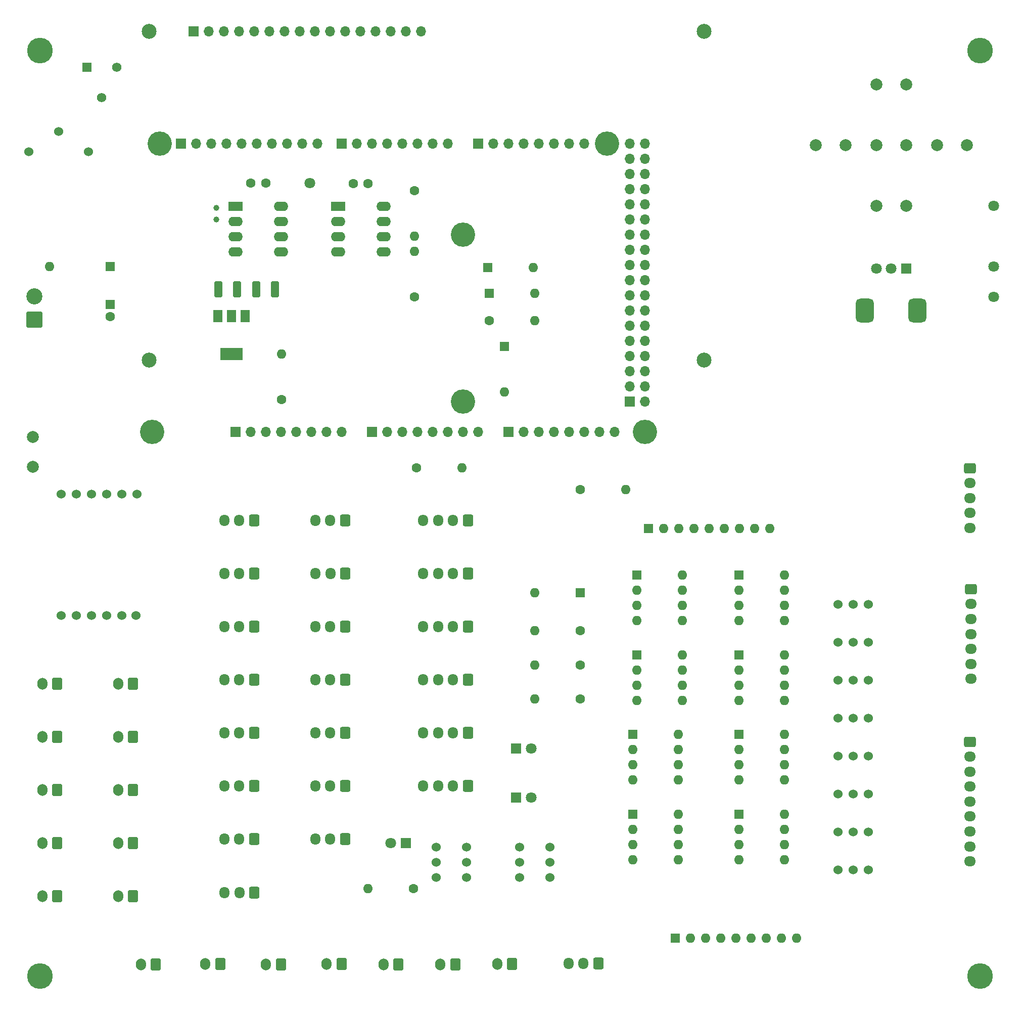
<source format=gbr>
%TF.GenerationSoftware,KiCad,Pcbnew,6.0.7-f9a2dced07~116~ubuntu20.04.1*%
%TF.CreationDate,2022-08-08T10:18:25+09:00*%
%TF.ProjectId,M304,4d333034-2e6b-4696-9361-645f70636258,rev?*%
%TF.SameCoordinates,Original*%
%TF.FileFunction,Soldermask,Top*%
%TF.FilePolarity,Negative*%
%FSLAX46Y46*%
G04 Gerber Fmt 4.6, Leading zero omitted, Abs format (unit mm)*
G04 Created by KiCad (PCBNEW 6.0.7-f9a2dced07~116~ubuntu20.04.1) date 2022-08-08 10:18:25*
%MOMM*%
%LPD*%
G01*
G04 APERTURE LIST*
G04 Aperture macros list*
%AMRoundRect*
0 Rectangle with rounded corners*
0 $1 Rounding radius*
0 $2 $3 $4 $5 $6 $7 $8 $9 X,Y pos of 4 corners*
0 Add a 4 corners polygon primitive as box body*
4,1,4,$2,$3,$4,$5,$6,$7,$8,$9,$2,$3,0*
0 Add four circle primitives for the rounded corners*
1,1,$1+$1,$2,$3*
1,1,$1+$1,$4,$5*
1,1,$1+$1,$6,$7*
1,1,$1+$1,$8,$9*
0 Add four rect primitives between the rounded corners*
20,1,$1+$1,$2,$3,$4,$5,0*
20,1,$1+$1,$4,$5,$6,$7,0*
20,1,$1+$1,$6,$7,$8,$9,0*
20,1,$1+$1,$8,$9,$2,$3,0*%
G04 Aperture macros list end*
%ADD10C,4.064000*%
%ADD11C,4.300000*%
%ADD12C,1.524000*%
%ADD13RoundRect,0.250000X0.600000X0.725000X-0.600000X0.725000X-0.600000X-0.725000X0.600000X-0.725000X0*%
%ADD14O,1.700000X1.950000*%
%ADD15C,2.000000*%
%ADD16RoundRect,0.250001X1.099999X-1.099999X1.099999X1.099999X-1.099999X1.099999X-1.099999X-1.099999X0*%
%ADD17C,2.700000*%
%ADD18R,1.600000X1.600000*%
%ADD19O,1.600000X1.600000*%
%ADD20C,1.600000*%
%ADD21RoundRect,0.250000X0.600000X0.750000X-0.600000X0.750000X-0.600000X-0.750000X0.600000X-0.750000X0*%
%ADD22O,1.700000X2.000000*%
%ADD23RoundRect,0.250000X-0.725000X0.600000X-0.725000X-0.600000X0.725000X-0.600000X0.725000X0.600000X0*%
%ADD24O,1.950000X1.700000*%
%ADD25R,1.800000X1.800000*%
%ADD26C,1.800000*%
%ADD27C,1.000000*%
%ADD28C,2.500000*%
%ADD29RoundRect,0.250000X-0.412500X-1.100000X0.412500X-1.100000X0.412500X1.100000X-0.412500X1.100000X0*%
%ADD30RoundRect,0.250000X0.412500X1.100000X-0.412500X1.100000X-0.412500X-1.100000X0.412500X-1.100000X0*%
%ADD31R,1.700000X1.700000*%
%ADD32O,1.700000X1.700000*%
%ADD33R,1.560000X1.560000*%
%ADD34C,1.560000*%
%ADD35RoundRect,0.750000X-0.750000X1.250000X-0.750000X-1.250000X0.750000X-1.250000X0.750000X1.250000X0*%
%ADD36R,2.400000X1.600000*%
%ADD37O,2.400000X1.600000*%
%ADD38R,1.500000X2.000000*%
%ADD39R,3.800000X2.000000*%
G04 APERTURE END LIST*
D10*
%TO.C,P8*%
X114960000Y-113970000D03*
%TD*%
%TO.C,P9*%
X167030000Y-108890000D03*
%TD*%
%TO.C,P10*%
X197510000Y-113970000D03*
%TD*%
%TO.C,P11*%
X116230000Y-65710000D03*
%TD*%
%TO.C,P12*%
X167030000Y-80950000D03*
%TD*%
%TO.C,P13*%
X191160000Y-65710000D03*
%TD*%
D11*
%TO.C,REF\u002A\u002A*%
X253650000Y-50160000D03*
%TD*%
D12*
%TO.C,BT1*%
X94314000Y-67132000D03*
X104314000Y-67132000D03*
X99314000Y-63732000D03*
%TD*%
D13*
%TO.C,JA2*%
X132040000Y-146575000D03*
D14*
X129540000Y-146575000D03*
X127040000Y-146575000D03*
%TD*%
D15*
%TO.C,SW6*%
X241260000Y-66040000D03*
X236260000Y-66040000D03*
%TD*%
D12*
%TO.C,SW2-7*%
X234950000Y-180975000D03*
X232410000Y-180975000D03*
X229870000Y-180975000D03*
%TD*%
D15*
%TO.C,SW1*%
X94996000Y-114848000D03*
X94996000Y-119848000D03*
%TD*%
D16*
%TO.C,J5*%
X95250000Y-95250000D03*
D17*
X95250000Y-91290000D03*
%TD*%
D13*
%TO.C,JA3*%
X132040000Y-155465000D03*
D14*
X129540000Y-155465000D03*
X127040000Y-155465000D03*
%TD*%
D18*
%TO.C,D2*%
X173990000Y-99695000D03*
D19*
X173990000Y-107315000D03*
%TD*%
D15*
%TO.C,SW2*%
X241260000Y-55880000D03*
X236260000Y-55880000D03*
%TD*%
D20*
%TO.C,R2-1*%
X186690000Y-158750000D03*
D19*
X179070000Y-158750000D03*
%TD*%
D21*
%TO.C,JP33*%
X99060000Y-173990000D03*
D22*
X96560000Y-173990000D03*
%TD*%
D23*
%TO.C,J4*%
X251985000Y-120095000D03*
D24*
X251985000Y-122595000D03*
X251985000Y-125095000D03*
X251985000Y-127595000D03*
X251985000Y-130095000D03*
%TD*%
D13*
%TO.C,JX2*%
X189698000Y-202963000D03*
D14*
X187198000Y-202963000D03*
X184698000Y-202963000D03*
%TD*%
D18*
%TO.C,RN2-2*%
X202550000Y-198755000D03*
D19*
X205090000Y-198755000D03*
X207630000Y-198755000D03*
X210170000Y-198755000D03*
X212710000Y-198755000D03*
X215250000Y-198755000D03*
X217790000Y-198755000D03*
X220330000Y-198755000D03*
X222870000Y-198755000D03*
%TD*%
D13*
%TO.C,JC5*%
X167834000Y-164355000D03*
D14*
X165334000Y-164355000D03*
X162834000Y-164355000D03*
X160334000Y-164355000D03*
%TD*%
D25*
%TO.C,D5*%
X157485000Y-182880000D03*
D26*
X154945000Y-182880000D03*
%TD*%
D27*
%TO.C,Y1*%
X125730000Y-76520000D03*
X125730000Y-78420000D03*
%TD*%
D15*
%TO.C,SW5*%
X251420000Y-66040000D03*
X246420000Y-66040000D03*
%TD*%
D21*
%TO.C,JP54*%
X111760000Y-182880000D03*
D22*
X109260000Y-182880000D03*
%TD*%
D18*
%TO.C,U2-5*%
X196125000Y-137985000D03*
D19*
X196125000Y-140525000D03*
X196125000Y-143065000D03*
X196125000Y-145605000D03*
X203745000Y-145605000D03*
X203745000Y-143065000D03*
X203745000Y-140525000D03*
X203745000Y-137985000D03*
%TD*%
D20*
%TO.C,R2-2*%
X186690000Y-153035000D03*
D19*
X179070000Y-153035000D03*
%TD*%
D20*
%TO.C,R2*%
X158877000Y-91440000D03*
D19*
X158877000Y-83820000D03*
%TD*%
D20*
%TO.C,R6*%
X159258000Y-120015000D03*
D19*
X166878000Y-120015000D03*
%TD*%
D18*
%TO.C,U2-7*%
X195490000Y-164655000D03*
D19*
X195490000Y-167195000D03*
X195490000Y-169735000D03*
X195490000Y-172275000D03*
X203110000Y-172275000D03*
X203110000Y-169735000D03*
X203110000Y-167195000D03*
X203110000Y-164655000D03*
%TD*%
D21*
%TO.C,JD8*%
X126345000Y-203090000D03*
D22*
X123845000Y-203090000D03*
%TD*%
D13*
%TO.C,JC1*%
X167834000Y-128795000D03*
D14*
X165334000Y-128795000D03*
X162834000Y-128795000D03*
X160334000Y-128795000D03*
%TD*%
D21*
%TO.C,JD10*%
X146665000Y-203090000D03*
D22*
X144165000Y-203090000D03*
%TD*%
D28*
%TO.C,REF\u002A\u002A*%
X207420000Y-46990000D03*
%TD*%
D20*
%TO.C,R1*%
X136601200Y-108585000D03*
D19*
X136601200Y-100965000D03*
%TD*%
D13*
%TO.C,JA14*%
X147280000Y-182135000D03*
D14*
X144780000Y-182135000D03*
X142280000Y-182135000D03*
%TD*%
D28*
%TO.C,REF\u002A\u002A*%
X114420000Y-101965000D03*
%TD*%
D20*
%TO.C,R3*%
X158877000Y-73660000D03*
D19*
X158877000Y-81280000D03*
%TD*%
D11*
%TO.C,REF\u002A\u002A*%
X96170000Y-50160000D03*
%TD*%
D20*
%TO.C,R7*%
X158750000Y-190500000D03*
D19*
X151130000Y-190500000D03*
%TD*%
D21*
%TO.C,JD9*%
X136525000Y-203200000D03*
D22*
X134025000Y-203200000D03*
%TD*%
D13*
%TO.C,JA9*%
X147320000Y-137685000D03*
D14*
X144820000Y-137685000D03*
X142320000Y-137685000D03*
%TD*%
D18*
%TO.C,U2-8*%
X195490000Y-177990000D03*
D19*
X195490000Y-180530000D03*
X195490000Y-183070000D03*
X195490000Y-185610000D03*
X203110000Y-185610000D03*
X203110000Y-183070000D03*
X203110000Y-180530000D03*
X203110000Y-177990000D03*
%TD*%
D28*
%TO.C,REF\u002A\u002A*%
X114420000Y-46965000D03*
%TD*%
D20*
%TO.C,R4*%
X171450000Y-95377000D03*
D19*
X179070000Y-95377000D03*
%TD*%
D18*
%TO.C,U2-4*%
X213270000Y-177990000D03*
D19*
X213270000Y-180530000D03*
X213270000Y-183070000D03*
X213270000Y-185610000D03*
X220890000Y-185610000D03*
X220890000Y-183070000D03*
X220890000Y-180530000D03*
X220890000Y-177990000D03*
%TD*%
D11*
%TO.C,REF\u002A\u002A*%
X253650000Y-205100000D03*
%TD*%
D18*
%TO.C,C3*%
X107950000Y-92710000D03*
D20*
X107950000Y-94710000D03*
%TD*%
D18*
%TO.C,U2-2*%
X213270000Y-151320000D03*
D19*
X213270000Y-153860000D03*
X213270000Y-156400000D03*
X213270000Y-158940000D03*
X220890000Y-158940000D03*
X220890000Y-156400000D03*
X220890000Y-153860000D03*
X220890000Y-151320000D03*
%TD*%
D23*
%TO.C,J3*%
X252095000Y-140335000D03*
D24*
X252095000Y-142835000D03*
X252095000Y-145335000D03*
X252095000Y-147835000D03*
X252095000Y-150335000D03*
X252095000Y-152835000D03*
X252095000Y-155335000D03*
%TD*%
D20*
%TO.C,C2*%
X148610000Y-72440800D03*
X151110000Y-72440800D03*
%TD*%
D13*
%TO.C,JA8*%
X147280000Y-128795000D03*
D14*
X144780000Y-128795000D03*
X142280000Y-128795000D03*
%TD*%
D13*
%TO.C,JA0*%
X132040000Y-128795000D03*
D14*
X129540000Y-128795000D03*
X127040000Y-128795000D03*
%TD*%
D21*
%TO.C,JP32*%
X99060000Y-165100000D03*
D22*
X96560000Y-165100000D03*
%TD*%
D12*
%TO.C,SW2-5*%
X234950000Y-168275000D03*
X232410000Y-168275000D03*
X229870000Y-168275000D03*
%TD*%
D29*
%TO.C,C5*%
X132422500Y-90170000D03*
X135547500Y-90170000D03*
%TD*%
D13*
%TO.C,JA7*%
X132080000Y-191135000D03*
D14*
X129580000Y-191135000D03*
X127080000Y-191135000D03*
%TD*%
D26*
%TO.C,JD49*%
X255905000Y-91440000D03*
%TD*%
D30*
%TO.C,C4*%
X129197500Y-90170000D03*
X126072500Y-90170000D03*
%TD*%
D26*
%TO.C,SQW1*%
X141376400Y-72390000D03*
%TD*%
D12*
%TO.C,SW2-9*%
X176530000Y-183515000D03*
X176530000Y-186055000D03*
X176530000Y-188595000D03*
X181610000Y-183515000D03*
X181610000Y-186055000D03*
X181610000Y-188595000D03*
%TD*%
D21*
%TO.C,JP34*%
X99060000Y-182880000D03*
D22*
X96560000Y-182880000D03*
%TD*%
D18*
%TO.C,D1*%
X171450000Y-90805000D03*
D19*
X179070000Y-90805000D03*
%TD*%
D18*
%TO.C,U2-3*%
X213270000Y-164655000D03*
D19*
X213270000Y-167195000D03*
X213270000Y-169735000D03*
X213270000Y-172275000D03*
X220890000Y-172275000D03*
X220890000Y-169735000D03*
X220890000Y-167195000D03*
X220890000Y-164655000D03*
%TD*%
D20*
%TO.C,R2-3*%
X186690000Y-147320000D03*
D19*
X179070000Y-147320000D03*
%TD*%
D21*
%TO.C,JD12*%
X165735000Y-203200000D03*
D22*
X163235000Y-203200000D03*
%TD*%
D12*
%TO.C,SW2-6*%
X234950000Y-174625000D03*
X232410000Y-174625000D03*
X229870000Y-174625000D03*
%TD*%
D31*
%TO.C,J1*%
X121920000Y-46965000D03*
D32*
X124460000Y-46965000D03*
X127000000Y-46965000D03*
X129540000Y-46965000D03*
X132080000Y-46965000D03*
X134620000Y-46965000D03*
X137160000Y-46965000D03*
X139700000Y-46965000D03*
X142240000Y-46965000D03*
X144780000Y-46965000D03*
X147320000Y-46965000D03*
X149860000Y-46965000D03*
X152400000Y-46965000D03*
X154940000Y-46965000D03*
X157480000Y-46965000D03*
X160020000Y-46965000D03*
%TD*%
D13*
%TO.C,JA4*%
X132040000Y-164355000D03*
D14*
X129540000Y-164355000D03*
X127040000Y-164355000D03*
%TD*%
D13*
%TO.C,JC3*%
X167834000Y-146575000D03*
D14*
X165334000Y-146575000D03*
X162834000Y-146575000D03*
X160334000Y-146575000D03*
%TD*%
D26*
%TO.C,JD30*%
X255905000Y-76200000D03*
%TD*%
D25*
%TO.C,D2-1*%
X175890000Y-175260000D03*
D26*
X178430000Y-175260000D03*
%TD*%
D18*
%TO.C,D4*%
X107950000Y-86360000D03*
D19*
X97790000Y-86360000D03*
%TD*%
D12*
%TO.C,SW7*%
X162560000Y-183515000D03*
X162560000Y-186055000D03*
X162560000Y-188595000D03*
X167640000Y-183515000D03*
X167640000Y-186055000D03*
X167640000Y-188595000D03*
%TD*%
%TO.C,U3*%
X99727000Y-144780000D03*
X102267000Y-144780000D03*
X104807000Y-144780000D03*
X107347000Y-144780000D03*
X109887000Y-144780000D03*
X112215000Y-144780000D03*
X112427000Y-124460000D03*
X109887000Y-124460000D03*
X107347000Y-124460000D03*
X104807000Y-124460000D03*
X102267000Y-124460000D03*
X99727000Y-124460000D03*
%TD*%
D11*
%TO.C,REF\u002A\u002A*%
X96170000Y-205100000D03*
%TD*%
D33*
%TO.C,RV1*%
X104000000Y-53000000D03*
D34*
X106500000Y-58000000D03*
X109000000Y-53000000D03*
%TD*%
D26*
%TO.C,JD48*%
X255905000Y-86360000D03*
%TD*%
D25*
%TO.C,RV2*%
X241260000Y-86660000D03*
D26*
X238760000Y-86660000D03*
X236260000Y-86660000D03*
D35*
X243160000Y-93660000D03*
X234360000Y-93660000D03*
%TD*%
D18*
%TO.C,U2-1*%
X213270000Y-137985000D03*
D19*
X213270000Y-140525000D03*
X213270000Y-143065000D03*
X213270000Y-145605000D03*
X220890000Y-145605000D03*
X220890000Y-143065000D03*
X220890000Y-140525000D03*
X220890000Y-137985000D03*
%TD*%
D21*
%TO.C,JP53*%
X111760000Y-173990000D03*
D22*
X109260000Y-173990000D03*
%TD*%
D13*
%TO.C,JC6*%
X167834000Y-173245000D03*
D14*
X165334000Y-173245000D03*
X162834000Y-173245000D03*
X160334000Y-173245000D03*
%TD*%
D28*
%TO.C,REF\u002A\u002A*%
X207420000Y-101965000D03*
%TD*%
D13*
%TO.C,JA5*%
X132040000Y-173245000D03*
D14*
X129540000Y-173245000D03*
X127040000Y-173245000D03*
%TD*%
D15*
%TO.C,SW4*%
X231100000Y-66040000D03*
X226100000Y-66040000D03*
%TD*%
D12*
%TO.C,SW2-8*%
X234950000Y-187325000D03*
X232410000Y-187325000D03*
X229870000Y-187325000D03*
%TD*%
D21*
%TO.C,JP51*%
X111760000Y-156210000D03*
D22*
X109260000Y-156210000D03*
%TD*%
D12*
%TO.C,SW2-3*%
X234950000Y-155575000D03*
X232410000Y-155575000D03*
X229870000Y-155575000D03*
%TD*%
D13*
%TO.C,JC2*%
X167834000Y-137685000D03*
D14*
X165334000Y-137685000D03*
X162834000Y-137685000D03*
X160334000Y-137685000D03*
%TD*%
D21*
%TO.C,JP52*%
X111760000Y-165100000D03*
D22*
X109260000Y-165100000D03*
%TD*%
D21*
%TO.C,JP35*%
X99060000Y-191770000D03*
D22*
X96560000Y-191770000D03*
%TD*%
D21*
%TO.C,JD11*%
X156210000Y-203200000D03*
D22*
X153710000Y-203200000D03*
%TD*%
D18*
%TO.C,RN2-1*%
X198105000Y-130175000D03*
D19*
X200645000Y-130175000D03*
X203185000Y-130175000D03*
X205725000Y-130175000D03*
X208265000Y-130175000D03*
X210805000Y-130175000D03*
X213345000Y-130175000D03*
X215885000Y-130175000D03*
X218425000Y-130175000D03*
%TD*%
D36*
%TO.C,U2*%
X146085800Y-76210000D03*
D37*
X146085800Y-78750000D03*
X146085800Y-81290000D03*
X146085800Y-83830000D03*
X153705800Y-83830000D03*
X153705800Y-81290000D03*
X153705800Y-78750000D03*
X153705800Y-76210000D03*
%TD*%
D21*
%TO.C,JD7*%
X115570000Y-203200000D03*
D22*
X113070000Y-203200000D03*
%TD*%
D36*
%TO.C,U1*%
X128890000Y-76210000D03*
D37*
X128890000Y-78750000D03*
X128890000Y-81290000D03*
X128890000Y-83830000D03*
X136510000Y-83830000D03*
X136510000Y-81290000D03*
X136510000Y-78750000D03*
X136510000Y-76210000D03*
%TD*%
D20*
%TO.C,R5*%
X186690000Y-123698000D03*
D19*
X194310000Y-123698000D03*
%TD*%
D18*
%TO.C,D3*%
X171196000Y-86487000D03*
D19*
X178816000Y-86487000D03*
%TD*%
D21*
%TO.C,JP55*%
X111760000Y-191770000D03*
D22*
X109260000Y-191770000D03*
%TD*%
D13*
%TO.C,JA11*%
X147280000Y-155465000D03*
D14*
X144780000Y-155465000D03*
X142280000Y-155465000D03*
%TD*%
D25*
%TO.C,D2-2*%
X175895000Y-167005000D03*
D26*
X178435000Y-167005000D03*
%TD*%
D12*
%TO.C,SW2-1*%
X234950000Y-142875000D03*
X232410000Y-142875000D03*
X229870000Y-142875000D03*
%TD*%
D13*
%TO.C,JA6*%
X132040000Y-182135000D03*
D14*
X129540000Y-182135000D03*
X127040000Y-182135000D03*
%TD*%
D13*
%TO.C,JA10*%
X147280000Y-146575000D03*
D14*
X144780000Y-146575000D03*
X142280000Y-146575000D03*
%TD*%
D18*
%TO.C,D2-3*%
X186690000Y-140970000D03*
D19*
X179070000Y-140970000D03*
%TD*%
D13*
%TO.C,JA13*%
X147280000Y-173245000D03*
D14*
X144780000Y-173245000D03*
X142280000Y-173245000D03*
%TD*%
D23*
%TO.C,J2*%
X251985000Y-165895000D03*
D24*
X251985000Y-168395000D03*
X251985000Y-170895000D03*
X251985000Y-173395000D03*
X251985000Y-175895000D03*
X251985000Y-178395000D03*
X251985000Y-180895000D03*
X251985000Y-183395000D03*
X251985000Y-185895000D03*
%TD*%
D13*
%TO.C,JC4*%
X167834000Y-155465000D03*
D14*
X165334000Y-155465000D03*
X162834000Y-155465000D03*
X160334000Y-155465000D03*
%TD*%
D20*
%TO.C,C1*%
X133965000Y-72390000D03*
X131465000Y-72390000D03*
%TD*%
D21*
%TO.C,JD13*%
X175240000Y-203090000D03*
D22*
X172740000Y-203090000D03*
%TD*%
D12*
%TO.C,SW2-4*%
X234950000Y-161925000D03*
X232410000Y-161925000D03*
X229870000Y-161925000D03*
%TD*%
D13*
%TO.C,JA12*%
X147280000Y-164355000D03*
D14*
X144780000Y-164355000D03*
X142280000Y-164355000D03*
%TD*%
D21*
%TO.C,JP31*%
X99060000Y-156210000D03*
D22*
X96560000Y-156210000D03*
%TD*%
D13*
%TO.C,JA1*%
X132040000Y-137685000D03*
D14*
X129540000Y-137685000D03*
X127040000Y-137685000D03*
%TD*%
D12*
%TO.C,SW2-2*%
X234950000Y-149225000D03*
X232410000Y-149225000D03*
X229870000Y-149225000D03*
%TD*%
D38*
%TO.C,U4*%
X130570000Y-94640000D03*
D39*
X128270000Y-100940000D03*
D38*
X128270000Y-94640000D03*
X125970000Y-94640000D03*
%TD*%
D15*
%TO.C,SW3*%
X241260000Y-76200000D03*
X236260000Y-76200000D03*
%TD*%
D18*
%TO.C,U2-6*%
X196125000Y-151320000D03*
D19*
X196125000Y-153860000D03*
X196125000Y-156400000D03*
X196125000Y-158940000D03*
X203745000Y-158940000D03*
X203745000Y-156400000D03*
X203745000Y-153860000D03*
X203745000Y-151320000D03*
%TD*%
D31*
%TO.C,P1*%
X194970000Y-108890000D03*
D32*
X197510000Y-108890000D03*
X194970000Y-106350000D03*
X197510000Y-106350000D03*
X194970000Y-103810000D03*
X197510000Y-103810000D03*
X194970000Y-101270000D03*
X197510000Y-101270000D03*
X194970000Y-98730000D03*
X197510000Y-98730000D03*
X194970000Y-96190000D03*
X197510000Y-96190000D03*
X194970000Y-93650000D03*
X197510000Y-93650000D03*
X194970000Y-91110000D03*
X197510000Y-91110000D03*
X194970000Y-88570000D03*
X197510000Y-88570000D03*
X194970000Y-86030000D03*
X197510000Y-86030000D03*
X194970000Y-83490000D03*
X197510000Y-83490000D03*
X194970000Y-80950000D03*
X197510000Y-80950000D03*
X194970000Y-78410000D03*
X197510000Y-78410000D03*
X194970000Y-75870000D03*
X197510000Y-75870000D03*
X194970000Y-73330000D03*
X197510000Y-73330000D03*
X194970000Y-70790000D03*
X197510000Y-70790000D03*
X194970000Y-68250000D03*
X197510000Y-68250000D03*
X194970000Y-65710000D03*
X197510000Y-65710000D03*
%TD*%
D31*
%TO.C,P2*%
X128930000Y-113970000D03*
D32*
X131470000Y-113970000D03*
X134010000Y-113970000D03*
X136550000Y-113970000D03*
X139090000Y-113970000D03*
X141630000Y-113970000D03*
X144170000Y-113970000D03*
X146710000Y-113970000D03*
%TD*%
D31*
%TO.C,P3*%
X151790000Y-113970000D03*
D32*
X154330000Y-113970000D03*
X156870000Y-113970000D03*
X159410000Y-113970000D03*
X161950000Y-113970000D03*
X164490000Y-113970000D03*
X167030000Y-113970000D03*
X169570000Y-113970000D03*
%TD*%
D31*
%TO.C,P4*%
X174650000Y-113970000D03*
D32*
X177190000Y-113970000D03*
X179730000Y-113970000D03*
X182270000Y-113970000D03*
X184810000Y-113970000D03*
X187350000Y-113970000D03*
X189890000Y-113970000D03*
X192430000Y-113970000D03*
%TD*%
D31*
%TO.C,P5*%
X119786000Y-65710000D03*
D32*
X122326000Y-65710000D03*
X124866000Y-65710000D03*
X127406000Y-65710000D03*
X129946000Y-65710000D03*
X132486000Y-65710000D03*
X135026000Y-65710000D03*
X137566000Y-65710000D03*
X140106000Y-65710000D03*
X142646000Y-65710000D03*
%TD*%
D31*
%TO.C,P6*%
X146710000Y-65710000D03*
D32*
X149250000Y-65710000D03*
X151790000Y-65710000D03*
X154330000Y-65710000D03*
X156870000Y-65710000D03*
X159410000Y-65710000D03*
X161950000Y-65710000D03*
X164490000Y-65710000D03*
%TD*%
D31*
%TO.C,P7*%
X169570000Y-65710000D03*
D32*
X172110000Y-65710000D03*
X174650000Y-65710000D03*
X177190000Y-65710000D03*
X179730000Y-65710000D03*
X182270000Y-65710000D03*
X184810000Y-65710000D03*
X187350000Y-65710000D03*
%TD*%
M02*

</source>
